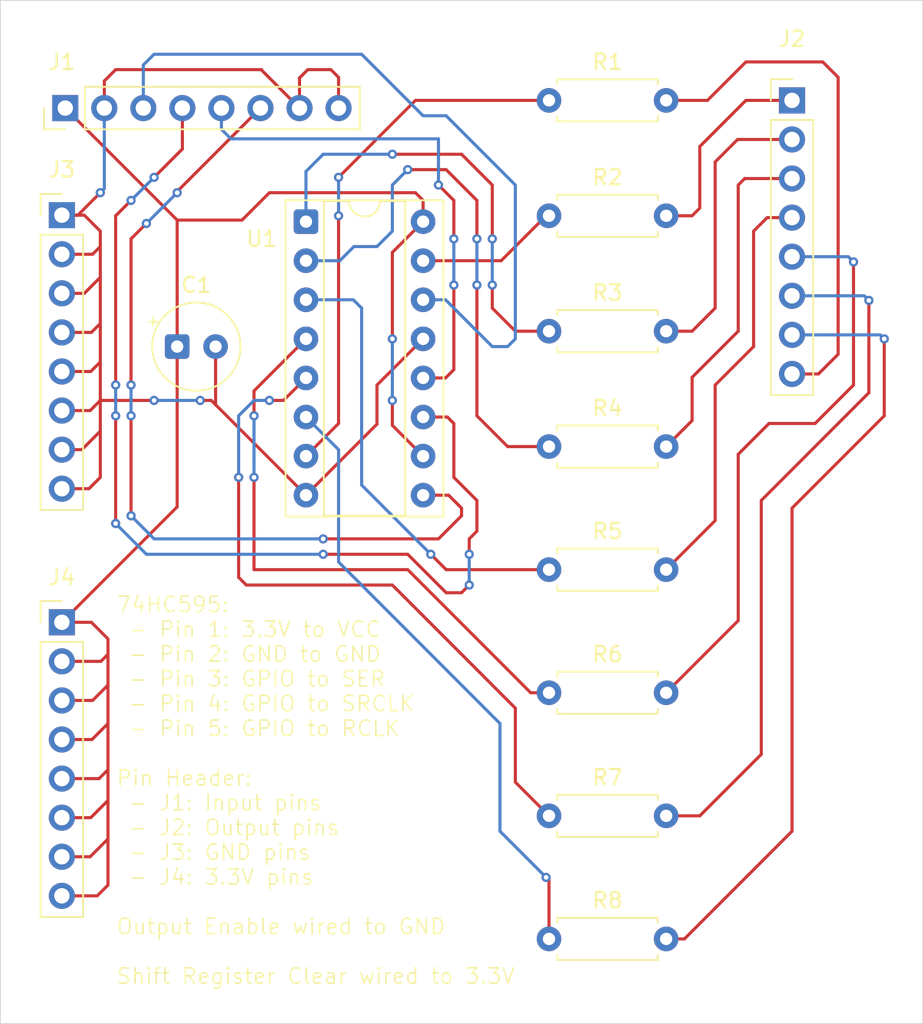
<source format=kicad_pcb>
(kicad_pcb (version 20241229) (generator "pcbnew") (generator_version "9.0")
  (layers (0 "F.Cu" signal) (2 "B.Cu" signal) (13 "F.Paste" user) (15 "B.Paste" user) (5 "F.SilkS" user "F.Silkscreen") (7 "B.SilkS" user "B.Silkscreen") (1 "F.Mask" user) (3 "B.Mask" user) (25 "Edge.Cuts" user))
  (net 0 "")
  (net 1 "Net-(U1-QH)")
  (net 2 "Net-(J2-Pin_8)")
  (net 3 "Net-(U1-QA)")
  (net 4 "Net-(J2-Pin_1)")
  (net 5 "Net-(J2-Pin_2)")
  (net 6 "Net-(U1-QB)")
  (net 7 "Net-(J2-Pin_3)")
  (net 8 "Net-(U1-QC)")
  (net 9 "Net-(U1-QD)")
  (net 10 "Net-(J2-Pin_4)")
  (net 11 "Net-(J2-Pin_5)")
  (net 12 "Net-(U1-QE)")
  (net 13 "Net-(U1-QF)")
  (net 14 "Net-(J2-Pin_6)")
  (net 15 "Net-(U1-QG)")
  (net 16 "Net-(J2-Pin_7)")
  (net 17 "Net-(J1-Pin_6)")
  (net 18 "GND")
  (net 19 "+3.3V")
  (net 20 "Net-(J1-Pin_3)")
  (net 21 "Net-(J1-Pin_4)")
  (net 22 "Net-(J1-Pin_5)")
  (footprint "Connector_PinHeader_2.54mm:PinHeader_1x08_P2.54mm_Vertical" (layer "F.Cu") (at 104.22 59 90)
    (property "Reference" "J1" (at 3 -0.22 0) (layer "F.SilkS"))
    (property "Value" "Input pins" (hide yes))
    (fp_line (start -1.38 -1.38) (end 0 -1.38) (stroke (width 0.12)) (layer "F.SilkS"))
    (fp_line (start -1.38 0) (end -1.38 -1.38) (stroke (width 0.12)) (layer "F.SilkS"))
    (fp_line (start 1.38 1.27) (end 1.38 19.16) (stroke (width 0.12)) (layer "F.SilkS"))
    (fp_line (start -1.38 1.27) (end 1.38 1.27) (stroke (width 0.12)) (layer "F.SilkS"))
    (fp_line (start -1.38 1.27) (end -1.38 19.16) (stroke (width 0.12)) (layer "F.SilkS"))
    (fp_line (start -1.38 19.16) (end 1.38 19.16) (stroke (width 0.12)) (layer "F.SilkS"))
    (pad "1" thru_hole rect (at 0 0 90) (size 1.7 1.7) (drill 1) (layers "*.Cu" "*.Mask") (net 19 "+3.3V"))
    (pad "2" thru_hole circle (at 0 2.54 90) (size 1.7 1.7) (drill 1) (layers "*.Cu" "*.Mask") (net 18 "GND"))
    (pad "3" thru_hole circle (at 0 5.08 90) (size 1.7 1.7) (drill 1) (layers "*.Cu" "*.Mask") (net 20 "Net-(J1-Pin_3)"))
    (pad "4" thru_hole circle (at 0 7.62 90) (size 1.7 1.7) (drill 1) (layers "*.Cu" "*.Mask") (net 21 "Net-(J1-Pin_4)"))
    (pad "5" thru_hole circle (at 0 10.16 90) (size 1.7 1.7) (drill 1) (layers "*.Cu" "*.Mask") (net 22 "Net-(J1-Pin_5)"))
    (pad "6" thru_hole circle (at 0 12.7 90) (size 1.7 1.7) (drill 1) (layers "*.Cu" "*.Mask") (net 17 "Net-(J1-Pin_6)"))
    (pad "7" thru_hole circle (at 0 15.24 90) (size 1.7 1.7) (drill 1) (layers "*.Cu" "*.Mask") (net 18 "GND"))
    (pad "8" thru_hole circle (at 0 17.78 90) (size 1.7 1.7) (drill 1) (layers "*.Cu" "*.Mask") (net 18 "GND"))
  )
  (footprint "Connector_PinHeader_2.54mm:PinHeader_1x08_P2.54mm_Vertical" (layer "F.Cu") (at 104 92.42)
    (property "Reference" "J4" (at 0 -2.92 0) (layer "F.SilkS"))
    (property "Value" "3.3V pins" (hide yes))
    (fp_line (start -1.38 -1.38) (end 0 -1.38) (stroke (width 0.12)) (layer "F.SilkS"))
    (fp_line (start -1.38 0) (end -1.38 -1.38) (stroke (width 0.12)) (layer "F.SilkS"))
    (fp_line (start -1.38 1.27) (end -1.38 19.16) (stroke (width 0.12)) (layer "F.SilkS"))
    (fp_line (start -1.38 1.27) (end 1.38 1.27) (stroke (width 0.12)) (layer "F.SilkS"))
    (fp_line (start -1.38 19.16) (end 1.38 19.16) (stroke (width 0.12)) (layer "F.SilkS"))
    (fp_line (start 1.38 1.27) (end 1.38 19.16) (stroke (width 0.12)) (layer "F.SilkS"))
    (pad "1" thru_hole rect (at 0 0) (size 1.7 1.7) (drill 1) (layers "*.Cu" "*.Mask") (net 19 "+3.3V"))
    (pad "2" thru_hole circle (at 0 2.54) (size 1.7 1.7) (drill 1) (layers "*.Cu" "*.Mask") (net 19 "+3.3V"))
    (pad "3" thru_hole circle (at 0 5.08) (size 1.7 1.7) (drill 1) (layers "*.Cu" "*.Mask") (net 19 "+3.3V"))
    (pad "4" thru_hole circle (at 0 7.62) (size 1.7 1.7) (drill 1) (layers "*.Cu" "*.Mask") (net 19 "+3.3V"))
    (pad "5" thru_hole circle (at 0 10.16) (size 1.7 1.7) (drill 1) (layers "*.Cu" "*.Mask") (net 19 "+3.3V"))
    (pad "6" thru_hole circle (at 0 12.7) (size 1.7 1.7) (drill 1) (layers "*.Cu" "*.Mask") (net 19 "+3.3V"))
    (pad "7" thru_hole circle (at 0 15.24) (size 1.7 1.7) (drill 1) (layers "*.Cu" "*.Mask") (net 19 "+3.3V"))
    (pad "8" thru_hole circle (at 0 17.78) (size 1.7 1.7) (drill 1) (layers "*.Cu" "*.Mask") (net 19 "+3.3V"))
  )
  (footprint "Resistor_THT:R_Axial_DIN0207_L6.3mm_D2.5mm_P7.62mm_Horizontal" (layer "F.Cu") (at 135.69 66)
    (property "Reference" "R2" (at 3.81 -2.5 0) (layer "F.SilkS"))
    (property "Value" "R" (hide yes))
    (fp_line (start 0.54 -1.37) (end 7.08 -1.37) (stroke (width 0.12)) (layer "F.SilkS"))
    (fp_line (start 0.54 -1.04) (end 0.54 -1.37) (stroke (width 0.12)) (layer "F.SilkS"))
    (fp_line (start 0.54 1.04) (end 0.54 1.37) (stroke (width 0.12)) (layer "F.SilkS"))
    (fp_line (start 0.54 1.37) (end 7.08 1.37) (stroke (width 0.12)) (layer "F.SilkS"))
    (fp_line (start 7.08 -1.37) (end 7.08 -1.04) (stroke (width 0.12)) (layer "F.SilkS"))
    (fp_line (start 7.08 1.37) (end 7.08 1.04) (stroke (width 0.12)) (layer "F.SilkS"))
    (pad "1" thru_hole circle (at 0 0) (size 1.6 1.6) (drill 0.8) (layers "*.Cu" "*.Mask") (net 3 "Net-(U1-QA)"))
    (pad "2" thru_hole circle (at 7.62 0) (size 1.6 1.6) (drill 0.8) (layers "*.Cu" "*.Mask") (net 4 "Net-(J2-Pin_1)"))
  )
  (footprint "Capacitor_THT:CP_Radial_Tantal_D5.5mm_P2.50mm" (layer "F.Cu") (at 111.5 74.5)
    (property "Reference" "C1" (at 1.25 -4 0) (layer "F.SilkS"))
    (property "Value" "C" (hide yes))
    (fp_line (start -1.822262 -1.615) (end -1.272262 -1.615) (stroke (width 0.12)) (layer "F.SilkS"))
    (fp_line (start -1.547262 -1.89) (end -1.547262 -1.34) (stroke (width 0.12)) (layer "F.SilkS"))
    (fp_circle (center 1.25 0) (end 4.12 0) (stroke (width 0.12)) (fill no) (layer "F.SilkS"))
    (pad "1" thru_hole roundrect (at 0 0) (size 1.6 1.6) (drill 0.8) (layers "*.Cu" "*.Mask") (roundrect_rratio 0.15625) (net 19 "+3.3V"))
    (pad "2" thru_hole circle (at 2.5 0) (size 1.6 1.6) (drill 0.8) (layers "*.Cu" "*.Mask") (net 18 "GND"))
  )
  (footprint "Resistor_THT:R_Axial_DIN0207_L6.3mm_D2.5mm_P7.62mm_Horizontal" (layer "F.Cu") (at 135.69 113)
    (property "Reference" "R8" (at 3.81 -2.5 0) (layer "F.SilkS"))
    (property "Value" "R" (hide yes))
    (fp_line (start 0.54 -1.37) (end 7.08 -1.37) (stroke (width 0.12)) (layer "F.SilkS"))
    (fp_line (start 0.54 -1.04) (end 0.54 -1.37) (stroke (width 0.12)) (layer "F.SilkS"))
    (fp_line (start 0.54 1.04) (end 0.54 1.37) (stroke (width 0.12)) (layer "F.SilkS"))
    (fp_line (start 0.54 1.37) (end 7.08 1.37) (stroke (width 0.12)) (layer "F.SilkS"))
    (fp_line (start 7.08 -1.37) (end 7.08 -1.04) (stroke (width 0.12)) (layer "F.SilkS"))
    (fp_line (start 7.08 1.37) (end 7.08 1.04) (stroke (width 0.12)) (layer "F.SilkS"))
    (pad "1" thru_hole circle (at 0 0) (size 1.6 1.6) (drill 0.8) (layers "*.Cu" "*.Mask") (net 15 "Net-(U1-QG)"))
    (pad "2" thru_hole circle (at 7.62 0) (size 1.6 1.6) (drill 0.8) (layers "*.Cu" "*.Mask") (net 16 "Net-(J2-Pin_7)"))
  )
  (footprint "Resistor_THT:R_Axial_DIN0207_L6.3mm_D2.5mm_P7.62mm_Horizontal" (layer "F.Cu") (at 135.69 73.5)
    (property "Reference" "R3" (at 3.81 -2.5 0) (layer "F.SilkS"))
    (property "Value" "R" (hide yes))
    (fp_line (start 0.54 -1.37) (end 7.08 -1.37) (stroke (width 0.12)) (layer "F.SilkS"))
    (fp_line (start 0.54 -1.04) (end 0.54 -1.37) (stroke (width 0.12)) (layer "F.SilkS"))
    (fp_line (start 0.54 1.04) (end 0.54 1.37) (stroke (width 0.12)) (layer "F.SilkS"))
    (fp_line (start 0.54 1.37) (end 7.08 1.37) (stroke (width 0.12)) (layer "F.SilkS"))
    (fp_line (start 7.08 -1.37) (end 7.08 -1.04) (stroke (width 0.12)) (layer "F.SilkS"))
    (fp_line (start 7.08 1.37) (end 7.08 1.04) (stroke (width 0.12)) (layer "F.SilkS"))
    (pad "1" thru_hole circle (at 0 0) (size 1.6 1.6) (drill 0.8) (layers "*.Cu" "*.Mask") (net 6 "Net-(U1-QB)"))
    (pad "2" thru_hole circle (at 7.62 0) (size 1.6 1.6) (drill 0.8) (layers "*.Cu" "*.Mask") (net 5 "Net-(J2-Pin_2)"))
  )
  (footprint "Package_DIP:DIP-16_W7.62mm_Socket" (layer "F.Cu") (at 119.88 66.38)
    (property "Reference" "U1" (at -2.88 1.12 0) (layer "F.SilkS"))
    (property "Value" "74HC595" (hide yes))
    (fp_line (start 1.16 -1.33) (end 1.16 19.11) (stroke (width 0.12)) (layer "F.SilkS"))
    (fp_line (start 1.16 19.11) (end 6.46 19.11) (stroke (width 0.12)) (layer "F.SilkS"))
    (fp_line (start 2.81 -1.33) (end 1.16 -1.33) (stroke (width 0.12)) (layer "F.SilkS"))
    (fp_line (start 6.46 -1.33) (end 4.81 -1.33) (stroke (width 0.12)) (layer "F.SilkS"))
    (fp_line (start 6.46 19.11) (end 6.46 -1.33) (stroke (width 0.12)) (layer "F.SilkS"))
    (fp_rect (start -1.33 -1.39) (end 8.95 19.17) (stroke (width 0.12)) (fill no) (layer "F.SilkS"))
    (fp_arc (start 4.81 -1.33) (mid 3.81 -0.33) (end 2.81 -1.33) (stroke (width 0.12)) (layer "F.SilkS"))
    (pad "1" thru_hole roundrect (at 0 0) (size 1.6 1.6) (drill 0.8) (layers "*.Cu" "*.Mask") (roundrect_rratio 0.15625) (net 6 "Net-(U1-QB)"))
    (pad "2" thru_hole circle (at 0 2.54) (size 1.6 1.6) (drill 0.8) (layers "*.Cu" "*.Mask") (net 8 "Net-(U1-QC)"))
    (pad "3" thru_hole circle (at 0 5.08) (size 1.6 1.6) (drill 0.8) (layers "*.Cu" "*.Mask") (net 9 "Net-(U1-QD)"))
    (pad "4" thru_hole circle (at 0 7.62) (size 1.6 1.6) (drill 0.8) (layers "*.Cu" "*.Mask") (net 12 "Net-(U1-QE)"))
    (pad "5" thru_hole circle (at 0 10.16) (size 1.6 1.6) (drill 0.8) (layers "*.Cu" "*.Mask") (net 13 "Net-(U1-QF)"))
    (pad "6" thru_hole circle (at 0 12.7) (size 1.6 1.6) (drill 0.8) (layers "*.Cu" "*.Mask") (net 15 "Net-(U1-QG)"))
    (pad "7" thru_hole circle (at 0 15.24) (size 1.6 1.6) (drill 0.8) (layers "*.Cu" "*.Mask") (net 1 "Net-(U1-QH)"))
    (pad "8" thru_hole circle (at 0 17.78) (size 1.6 1.6) (drill 0.8) (layers "*.Cu" "*.Mask") (net 18 "GND"))
    (pad "9" thru_hole circle (at 7.62 17.78) (size 1.6 1.6) (drill 0.8) (layers "*.Cu" "*.Mask") (net 17 "Net-(J1-Pin_6)"))
    (pad "10" thru_hole circle (at 7.62 15.24) (size 1.6 1.6) (drill 0.8) (layers "*.Cu" "*.Mask") (net 19 "+3.3V"))
    (pad "11" thru_hole circle (at 7.62 12.7) (size 1.6 1.6) (drill 0.8) (layers "*.Cu" "*.Mask") (net 21 "Net-(J1-Pin_4)"))
    (pad "12" thru_hole circle (at 7.62 10.16) (size 1.6 1.6) (drill 0.8) (layers "*.Cu" "*.Mask") (net 22 "Net-(J1-Pin_5)"))
    (pad "13" thru_hole circle (at 7.62 7.62) (size 1.6 1.6) (drill 0.8) (layers "*.Cu" "*.Mask") (net 18 "GND"))
    (pad "14" thru_hole circle (at 7.62 5.08) (size 1.6 1.6) (drill 0.8) (layers "*.Cu" "*.Mask") (net 20 "Net-(J1-Pin_3)"))
    (pad "15" thru_hole circle (at 7.62 2.54) (size 1.6 1.6) (drill 0.8) (layers "*.Cu" "*.Mask") (net 3 "Net-(U1-QA)"))
    (pad "16" thru_hole circle (at 7.62 0) (size 1.6 1.6) (drill 0.8) (layers "*.Cu" "*.Mask") (net 19 "+3.3V"))
  )
  (footprint "Resistor_THT:R_Axial_DIN0207_L6.3mm_D2.5mm_P7.62mm_Horizontal" (layer "F.Cu") (at 135.69 58.5)
    (property "Reference" "R1" (at 3.81 -2.5 0) (layer "F.SilkS"))
    (property "Value" "R" (hide yes))
    (fp_line (start 0.54 -1.37) (end 7.08 -1.37) (stroke (width 0.12)) (layer "F.SilkS"))
    (fp_line (start 0.54 -1.04) (end 0.54 -1.37) (stroke (width 0.12)) (layer "F.SilkS"))
    (fp_line (start 0.54 1.04) (end 0.54 1.37) (stroke (width 0.12)) (layer "F.SilkS"))
    (fp_line (start 0.54 1.37) (end 7.08 1.37) (stroke (width 0.12)) (layer "F.SilkS"))
    (fp_line (start 7.08 -1.37) (end 7.08 -1.04) (stroke (width 0.12)) (layer "F.SilkS"))
    (fp_line (start 7.08 1.37) (end 7.08 1.04) (stroke (width 0.12)) (layer "F.SilkS"))
    (pad "1" thru_hole circle (at 0 0) (size 1.6 1.6) (drill 0.8) (layers "*.Cu" "*.Mask") (net 1 "Net-(U1-QH)"))
    (pad "2" thru_hole circle (at 7.62 0) (size 1.6 1.6) (drill 0.8) (layers "*.Cu" "*.Mask") (net 2 "Net-(J2-Pin_8)"))
  )
  (footprint "Resistor_THT:R_Axial_DIN0207_L6.3mm_D2.5mm_P7.62mm_Horizontal" (layer "F.Cu") (at 135.69 81)
    (property "Reference" "R4" (at 3.81 -2.5 0) (layer "F.SilkS"))
    (property "Value" "R" (hide yes))
    (fp_line (start 0.54 -1.37) (end 7.08 -1.37) (stroke (width 0.12)) (layer "F.SilkS"))
    (fp_line (start 0.54 -1.04) (end 0.54 -1.37) (stroke (width 0.12)) (layer "F.SilkS"))
    (fp_line (start 0.54 1.04) (end 0.54 1.37) (stroke (width 0.12)) (layer "F.SilkS"))
    (fp_line (start 0.54 1.37) (end 7.08 1.37) (stroke (width 0.12)) (layer "F.SilkS"))
    (fp_line (start 7.08 -1.37) (end 7.08 -1.04) (stroke (width 0.12)) (layer "F.SilkS"))
    (fp_line (start 7.08 1.37) (end 7.08 1.04) (stroke (width 0.12)) (layer "F.SilkS"))
    (pad "1" thru_hole circle (at 0 0) (size 1.6 1.6) (drill 0.8) (layers "*.Cu" "*.Mask") (net 8 "Net-(U1-QC)"))
    (pad "2" thru_hole circle (at 7.62 0) (size 1.6 1.6) (drill 0.8) (layers "*.Cu" "*.Mask") (net 7 "Net-(J2-Pin_3)"))
  )
  (footprint "Resistor_THT:R_Axial_DIN0207_L6.3mm_D2.5mm_P7.62mm_Horizontal" (layer "F.Cu") (at 135.69 105)
    (property "Reference" "R7" (at 3.81 -2.5 0) (layer "F.SilkS"))
    (property "Value" "R" (hide yes))
    (fp_line (start 0.54 -1.37) (end 7.08 -1.37) (stroke (width 0.12)) (layer "F.SilkS"))
    (fp_line (start 0.54 -1.04) (end 0.54 -1.37) (stroke (width 0.12)) (layer "F.SilkS"))
    (fp_line (start 0.54 1.04) (end 0.54 1.37) (stroke (width 0.12)) (layer "F.SilkS"))
    (fp_line (start 0.54 1.37) (end 7.08 1.37) (stroke (width 0.12)) (layer "F.SilkS"))
    (fp_line (start 7.08 -1.37) (end 7.08 -1.04) (stroke (width 0.12)) (layer "F.SilkS"))
    (fp_line (start 7.08 1.37) (end 7.08 1.04) (stroke (width 0.12)) (layer "F.SilkS"))
    (pad "1" thru_hole circle (at 0 0) (size 1.6 1.6) (drill 0.8) (layers "*.Cu" "*.Mask") (net 13 "Net-(U1-QF)"))
    (pad "2" thru_hole circle (at 7.62 0) (size 1.6 1.6) (drill 0.8) (layers "*.Cu" "*.Mask") (net 14 "Net-(J2-Pin_6)"))
  )
  (footprint "Connector_PinHeader_2.54mm:PinHeader_1x08_P2.54mm_Vertical" (layer "F.Cu") (at 151.5 58.5)
    (property "Reference" "J2" (at 0 -4 0) (layer "F.SilkS"))
    (property "Value" "Output pins" (hide yes))
    (fp_line (start -1.38 -1.38) (end 0 -1.38) (stroke (width 0.12)) (layer "F.SilkS"))
    (fp_line (start -1.38 0) (end -1.38 -1.38) (stroke (width 0.12)) (layer "F.SilkS"))
    (fp_line (start -1.38 1.27) (end -1.38 19.16) (stroke (width 0.12)) (layer "F.SilkS"))
    (fp_line (start -1.38 1.27) (end 1.38 1.27) (stroke (width 0.12)) (layer "F.SilkS"))
    (fp_line (start -1.38 19.16) (end 1.38 19.16) (stroke (width 0.12)) (layer "F.SilkS"))
    (fp_line (start 1.38 1.27) (end 1.38 19.16) (stroke (width 0.12)) (layer "F.SilkS"))
    (pad "1" thru_hole rect (at 0 0) (size 1.7 1.7) (drill 1) (layers "*.Cu" "*.Mask") (net 4 "Net-(J2-Pin_1)"))
    (pad "2" thru_hole circle (at 0 2.54) (size 1.7 1.7) (drill 1) (layers "*.Cu" "*.Mask") (net 5 "Net-(J2-Pin_2)"))
    (pad "3" thru_hole circle (at 0 5.08) (size 1.7 1.7) (drill 1) (layers "*.Cu" "*.Mask") (net 7 "Net-(J2-Pin_3)"))
    (pad "4" thru_hole circle (at 0 7.62) (size 1.7 1.7) (drill 1) (layers "*.Cu" "*.Mask") (net 10 "Net-(J2-Pin_4)"))
    (pad "5" thru_hole circle (at 0 10.16) (size 1.7 1.7) (drill 1) (layers "*.Cu" "*.Mask") (net 11 "Net-(J2-Pin_5)"))
    (pad "6" thru_hole circle (at 0 12.7) (size 1.7 1.7) (drill 1) (layers "*.Cu" "*.Mask") (net 14 "Net-(J2-Pin_6)"))
    (pad "7" thru_hole circle (at 0 15.24) (size 1.7 1.7) (drill 1) (layers "*.Cu" "*.Mask") (net 16 "Net-(J2-Pin_7)"))
    (pad "8" thru_hole circle (at 0 17.78) (size 1.7 1.7) (drill 1) (layers "*.Cu" "*.Mask") (net 2 "Net-(J2-Pin_8)"))
  )
  (footprint "Resistor_THT:R_Axial_DIN0207_L6.3mm_D2.5mm_P7.62mm_Horizontal" (layer "F.Cu") (at 135.69 89)
    (property "Reference" "R5" (at 3.81 -2.5 0) (layer "F.SilkS"))
    (property "Value" "R" (hide yes))
    (fp_line (start 0.54 -1.37) (end 7.08 -1.37) (stroke (width 0.12)) (layer "F.SilkS"))
    (fp_line (start 0.54 -1.04) (end 0.54 -1.37) (stroke (width 0.12)) (layer "F.SilkS"))
    (fp_line (start 0.54 1.04) (end 0.54 1.37) (stroke (width 0.12)) (layer "F.SilkS"))
    (fp_line (start 0.54 1.37) (end 7.08 1.37) (stroke (width 0.12)) (layer "F.SilkS"))
    (fp_line (start 7.08 -1.37) (end 7.08 -1.04) (stroke (width 0.12)) (layer "F.SilkS"))
    (fp_line (start 7.08 1.37) (end 7.08 1.04) (stroke (width 0.12)) (layer "F.SilkS"))
    (pad "1" thru_hole circle (at 0 0) (size 1.6 1.6) (drill 0.8) (layers "*.Cu" "*.Mask") (net 9 "Net-(U1-QD)"))
    (pad "2" thru_hole circle (at 7.62 0) (size 1.6 1.6) (drill 0.8) (layers "*.Cu" "*.Mask") (net 10 "Net-(J2-Pin_4)"))
  )
  (footprint "Connector_PinHeader_2.54mm:PinHeader_1x08_P2.54mm_Vertical" (layer "F.Cu") (at 104 65.96)
    (property "Reference" "J3" (at 0 -2.96 0) (layer "F.SilkS"))
    (property "Value" "GND pins" (hide yes))
    (fp_line (start -1.38 -1.38) (end 0 -1.38) (stroke (width 0.12)) (layer "F.SilkS"))
    (fp_line (start -1.38 0) (end -1.38 -1.38) (stroke (width 0.12)) (layer "F.SilkS"))
    (fp_line (start -1.38 1.27) (end -1.38 19.16) (stroke (width 0.12)) (layer "F.SilkS"))
    (fp_line (start -1.38 1.27) (end 1.38 1.27) (stroke (width 0.12)) (layer "F.SilkS"))
    (fp_line (start -1.38 19.16) (end 1.38 19.16) (stroke (width 0.12)) (layer "F.SilkS"))
    (fp_line (start 1.38 1.27) (end 1.38 19.16) (stroke (width 0.12)) (layer "F.SilkS"))
    (pad "1" thru_hole rect (at 0 0) (size 1.7 1.7) (drill 1) (layers "*.Cu" "*.Mask") (net 18 "GND"))
    (pad "2" thru_hole circle (at 0 2.54) (size 1.7 1.7) (drill 1) (layers "*.Cu" "*.Mask") (net 18 "GND"))
    (pad "3" thru_hole circle (at 0 5.08) (size 1.7 1.7) (drill 1) (layers "*.Cu" "*.Mask") (net 18 "GND"))
    (pad "4" thru_hole circle (at 0 7.62) (size 1.7 1.7) (drill 1) (layers "*.Cu" "*.Mask") (net 18 "GND"))
    (pad "5" thru_hole circle (at 0 10.16) (size 1.7 1.7) (drill 1) (layers "*.Cu" "*.Mask") (net 18 "GND"))
    (pad "6" thru_hole circle (at 0 12.7) (size 1.7 1.7) (drill 1) (layers "*.Cu" "*.Mask") (net 18 "GND"))
    (pad "7" thru_hole circle (at 0 15.24) (size 1.7 1.7) (drill 1) (layers "*.Cu" "*.Mask") (net 18 "GND"))
    (pad "8" thru_hole circle (at 0 17.78) (size 1.7 1.7) (drill 1) (layers "*.Cu" "*.Mask") (net 18 "GND"))
  )
  (footprint "Resistor_THT:R_Axial_DIN0207_L6.3mm_D2.5mm_P7.62mm_Horizontal" (layer "F.Cu") (at 135.69 97)
    (property "Reference" "R6" (at 3.81 -2.5 0) (layer "F.SilkS"))
    (property "Value" "R" (hide yes))
    (fp_line (start 0.54 -1.37) (end 7.08 -1.37) (stroke (width 0.12)) (layer "F.SilkS"))
    (fp_line (start 0.54 -1.04) (end 0.54 -1.37) (stroke (width 0.12)) (layer "F.SilkS"))
    (fp_line (start 0.54 1.04) (end 0.54 1.37) (stroke (width 0.12)) (layer "F.SilkS"))
    (fp_line (start 0.54 1.37) (end 7.08 1.37) (stroke (width 0.12)) (layer "F.SilkS"))
    (fp_line (start 7.08 -1.37) (end 7.08 -1.04) (stroke (width 0.12)) (layer "F.SilkS"))
    (fp_line (start 7.08 1.37) (end 7.08 1.04) (stroke (width 0.12)) (layer "F.SilkS"))
    (pad "1" thru_hole circle (at 0 0) (size 1.6 1.6) (drill 0.8) (layers "*.Cu" "*.Mask") (net 12 "Net-(U1-QE)"))
    (pad "2" thru_hole circle (at 7.62 0) (size 1.6 1.6) (drill 0.8) (layers "*.Cu" "*.Mask") (net 11 "Net-(J2-Pin_5)"))
  )
  (gr_rect (start 100 52) (end 160 118.5) (stroke (width 0.05)) (fill no) (layer "Edge.Cuts"))
  (gr_text "74HC595:\n - Pin 1: 3.3V to VCC\n - Pin 2: GND to GND\n - Pin 3: GPIO to SER\n - Pin 4: GPIO to SRCLK\n - Pin 5: GPIO to RCLK\n\nPin Header:\n - J1: Input pins\n - J2: Output pins\n - J3: GND pins\n - J4: 3.3V pins\n\nOutput Enable wired to GND\n\nShift Register Clear wired to 3.3V" (at 107.5 116 0) (layer "F.SilkS") (effects (font (size 1 1) (thickness 0.1)) (justify left bottom)))
  (segment (start 135.69 58.5) (end 127 58.5) (width 0.2) (layer "F.Cu") (net 1))
  (segment (start 127 58.5) (end 122 63.5) (width 0.2) (layer "F.Cu") (net 1))
  (segment (start 122 79.5) (end 119.88 81.62) (width 0.2) (layer "F.Cu") (net 1))
  (segment (start 122 66) (end 122 79.5) (width 0.2) (layer "F.Cu") (net 1))
  (via (at 122 66) (size 0.6) (drill 0.3) (layers "F.Cu" "B.Cu") (net 1))
  (via (at 122 63.5) (size 0.6) (drill 0.3) (layers "F.Cu" "B.Cu") (net 1))
  (segment (start 122 63.5) (end 122 66) (width 0.2) (layer "B.Cu") (net 1))
  (segment (start 153.22 76.28) (end 151.5 76.28) (width 0.2) (layer "F.Cu") (net 2))
  (segment (start 153.5 56) (end 154.5 57) (width 0.2) (layer "F.Cu") (net 2))
  (segment (start 154.5 57) (end 154.5 75) (width 0.2) (layer "F.Cu") (net 2))
  (segment (start 148.5 56) (end 153.5 56) (width 0.2) (layer "F.Cu") (net 2))
  (segment (start 143.31 58.5) (end 146 58.5) (width 0.2) (layer "F.Cu") (net 2))
  (segment (start 146 58.5) (end 148.5 56) (width 0.2) (layer "F.Cu") (net 2))
  (segment (start 154.5 75) (end 153.22 76.28) (width 0.2) (layer "F.Cu") (net 2))
  (segment (start 135.69 66) (end 135.5 66) (width 0.2) (layer "F.Cu") (net 3))
  (segment (start 135.5 66) (end 132.58 68.92) (width 0.2) (layer "F.Cu") (net 3))
  (segment (start 132.58 68.92) (end 127.5 68.92) (width 0.2) (layer "F.Cu") (net 3))
  (segment (start 145.5 65.5) (end 145.5 61.5) (width 0.2) (layer "F.Cu") (net 4))
  (segment (start 143.31 66) (end 145 66) (width 0.2) (layer "F.Cu") (net 4))
  (segment (start 145 66) (end 145.5 65.5) (width 0.2) (layer "F.Cu") (net 4))
  (segment (start 145.5 61.5) (end 148.5 58.5) (width 0.2) (layer "F.Cu") (net 4))
  (segment (start 148.5 58.5) (end 151.5 58.5) (width 0.2) (layer "F.Cu") (net 4))
  (segment (start 145 73.5) (end 146.5 72) (width 0.2) (layer "F.Cu") (net 5))
  (segment (start 147.96 61.04) (end 151.5 61.04) (width 0.2) (layer "F.Cu") (net 5))
  (segment (start 143.31 73.5) (end 145 73.5) (width 0.2) (layer "F.Cu") (net 5))
  (segment (start 146.5 72) (end 146.5 62.5) (width 0.2) (layer "F.Cu") (net 5))
  (segment (start 146.5 62.5) (end 147.96 61.04) (width 0.2) (layer "F.Cu") (net 5))
  (segment (start 130 62) (end 125.5 62) (width 0.2) (layer "F.Cu") (net 6))
  (segment (start 132 72) (end 132 70.5) (width 0.2) (layer "F.Cu") (net 6))
  (segment (start 135.69 73.5) (end 133.5 73.5) (width 0.2) (layer "F.Cu") (net 6))
  (segment (start 131 63) (end 130 62) (width 0.2) (layer "F.Cu") (net 6))
  (segment (start 132 67.5) (end 132 64) (width 0.2) (layer "F.Cu") (net 6))
  (segment (start 133.5 73.5) (end 132 72) (width 0.2) (layer "F.Cu") (net 6))
  (segment (start 132 64) (end 131 63) (width 0.2) (layer "F.Cu") (net 6))
  (via (at 132 70.5) (size 0.6) (drill 0.3) (layers "F.Cu" "B.Cu") (net 6))
  (via (at 125.5 62) (size 0.6) (drill 0.3) (layers "F.Cu" "B.Cu") (net 6))
  (via (at 132 67.5) (size 0.6) (drill 0.3) (layers "F.Cu" "B.Cu") (net 6))
  (segment (start 132 70.5) (end 132 67.5) (width 0.2) (layer "B.Cu") (net 6))
  (segment (start 125.5 62) (end 121 62) (width 0.2) (layer "B.Cu") (net 6))
  (segment (start 121 62) (end 119.88 63.12) (width 0.2) (layer "B.Cu") (net 6))
  (segment (start 119.88 63.12) (end 119.88 66.38) (width 0.2) (layer "B.Cu") (net 6))
  (segment (start 151.5 63.58) (end 148.42 63.58) (width 0.2) (layer "F.Cu") (net 7))
  (segment (start 148 73.5) (end 145 76.5) (width 0.2) (layer "F.Cu") (net 7))
  (segment (start 145 76.5) (end 145 79.31) (width 0.2) (layer "F.Cu") (net 7))
  (segment (start 148.42 63.58) (end 148 64) (width 0.2) (layer "F.Cu") (net 7))
  (segment (start 148 64) (end 148 73.5) (width 0.2) (layer "F.Cu") (net 7))
  (segment (start 145 79.31) (end 143.31 81) (width 0.2) (layer "F.Cu") (net 7))
  (segment (start 133 81) (end 131 79) (width 0.2) (layer "F.Cu") (net 8))
  (segment (start 131 67.5) (end 131 65) (width 0.2) (layer "F.Cu") (net 8))
  (segment (start 131 65) (end 129 63) (width 0.2) (layer "F.Cu") (net 8))
  (segment (start 135.69 81) (end 133 81) (width 0.2) (layer "F.Cu") (net 8))
  (segment (start 131 79) (end 131 70.5) (width 0.2) (layer "F.Cu") (net 8))
  (segment (start 129 63) (end 126.5 63) (width 0.2) (layer "F.Cu") (net 8))
  (via (at 131 70.5) (size 0.6) (drill 0.3) (layers "F.Cu" "B.Cu") (net 8))
  (via (at 131 67.5) (size 0.6) (drill 0.3) (layers "F.Cu" "B.Cu") (net 8))
  (via (at 126.5 63) (size 0.6) (drill 0.3) (layers "F.Cu" "B.Cu") (net 8))
  (segment (start 131 70.5) (end 131 67.5) (width 0.2) (layer "B.Cu") (net 8))
  (segment (start 125.5 64) (end 125.5 67) (width 0.2) (layer "B.Cu") (net 8))
  (segment (start 123 68) (end 122.08 68.92) (width 0.2) (layer "B.Cu") (net 8))
  (segment (start 125.5 67) (end 124.5 68) (width 0.2) (layer "B.Cu") (net 8))
  (segment (start 124.5 68) (end 123 68) (width 0.2) (layer "B.Cu") (net 8))
  (segment (start 122.08 68.92) (end 119.88 68.92) (width 0.2) (layer "B.Cu") (net 8))
  (segment (start 126.5 63) (end 125.5 64) (width 0.2) (layer "B.Cu") (net 8))
  (segment (start 129 89) (end 128 88) (width 0.2) (layer "F.Cu") (net 9))
  (segment (start 135.69 89) (end 129 89) (width 0.2) (layer "F.Cu") (net 9))
  (via (at 128 88) (size 0.6) (drill 0.3) (layers "F.Cu" "B.Cu") (net 9))
  (segment (start 128 88) (end 123.5 83.5) (width 0.2) (layer "B.Cu") (net 9))
  (segment (start 123.5 72) (end 122.96 71.46) (width 0.2) (layer "B.Cu") (net 9))
  (segment (start 122.96 71.46) (end 119.88 71.46) (width 0.2) (layer "B.Cu") (net 9))
  (segment (start 123.5 83.5) (end 123.5 72) (width 0.2) (layer "B.Cu") (net 9))
  (segment (start 149 67) (end 149 74.5) (width 0.2) (layer "F.Cu") (net 10))
  (segment (start 149 74.5) (end 146.5 77) (width 0.2) (layer "F.Cu") (net 10))
  (segment (start 146.5 85.81) (end 143.31 89) (width 0.2) (layer "F.Cu") (net 10))
  (segment (start 149.88 66.12) (end 149 67) (width 0.2) (layer "F.Cu") (net 10))
  (segment (start 151.5 66.12) (end 149.88 66.12) (width 0.2) (layer "F.Cu") (net 10))
  (segment (start 146.5 77) (end 146.5 85.81) (width 0.2) (layer "F.Cu") (net 10))
  (segment (start 150 79.5) (end 148 81.5) (width 0.2) (layer "F.Cu") (net 11))
  (segment (start 155.5 69) (end 155.5 77) (width 0.2) (layer "F.Cu") (net 11))
  (segment (start 155.5 77) (end 153 79.5) (width 0.2) (layer "F.Cu") (net 11))
  (segment (start 148 81.5) (end 148 92.31) (width 0.2) (layer "F.Cu") (net 11))
  (segment (start 153 79.5) (end 150 79.5) (width 0.2) (layer "F.Cu") (net 11))
  (segment (start 148 92.31) (end 143.31 97) (width 0.2) (layer "F.Cu") (net 11))
  (via (at 155.5 69) (size 0.6) (drill 0.3) (layers "F.Cu" "B.Cu") (net 11))
  (segment (start 155.16 68.66) (end 155.5 69) (width 0.2) (layer "B.Cu") (net 11))
  (segment (start 151.5 68.66) (end 155.16 68.66) (width 0.2) (layer "B.Cu") (net 11))
  (segment (start 116.5 89) (end 116.5 83) (width 0.2) (layer "F.Cu") (net 12))
  (segment (start 126.5 89) (end 116.5 89) (width 0.2) (layer "F.Cu") (net 12))
  (segment (start 135.69 97) (end 134.5 97) (width 0.2) (layer "F.Cu") (net 12))
  (segment (start 116.5 77.38) (end 119.88 74) (width 0.2) (layer "F.Cu") (net 12))
  (segment (start 134.5 97) (end 126.5 89) (width 0.2) (layer "F.Cu") (net 12))
  (segment (start 116.5 79) (end 116.5 77.38) (width 0.2) (layer "F.Cu") (net 12))
  (via (at 116.5 79) (size 0.6) (drill 0.3) (layers "F.Cu" "B.Cu") (net 12))
  (via (at 116.5 83) (size 0.6) (drill 0.3) (layers "F.Cu" "B.Cu") (net 12))
  (segment (start 116.5 83) (end 116.5 79) (width 0.2) (layer "B.Cu") (net 12))
  (segment (start 133.5 98) (end 133 97.5) (width 0.2) (layer "F.Cu") (net 13))
  (segment (start 133.5 102) (end 133.5 98) (width 0.2) (layer "F.Cu") (net 13))
  (segment (start 116 90) (end 115.5 89.5) (width 0.2) (layer "F.Cu") (net 13))
  (segment (start 135.69 105) (end 133.5 102.81) (width 0.2) (layer "F.Cu") (net 13))
  (segment (start 133 97.5) (end 125.5 90) (width 0.2) (layer "F.Cu") (net 13))
  (segment (start 133.5 102.81) (end 133.5 102) (width 0.2) (layer "F.Cu") (net 13))
  (segment (start 115.5 89.5) (end 115.5 88.5) (width 0.2) (layer "F.Cu") (net 13))
  (segment (start 125.5 90) (end 116 90) (width 0.2) (layer "F.Cu") (net 13))
  (segment (start 117.5 78) (end 118.42 78) (width 0.2) (layer "F.Cu") (net 13))
  (segment (start 115.5 88.5) (end 115.5 83) (width 0.2) (layer "F.Cu") (net 13))
  (segment (start 118.42 78) (end 119.88 76.54) (width 0.2) (layer "F.Cu") (net 13))
  (via (at 115.5 83) (size 0.6) (drill 0.3) (layers "F.Cu" "B.Cu") (net 13))
  (via (at 117.5 78) (size 0.6) (drill 0.3) (layers "F.Cu" "B.Cu") (net 13))
  (segment (start 115.5 83) (end 115.5 79) (width 0.2) (layer "B.Cu") (net 13))
  (segment (start 116.5 78) (end 117.5 78) (width 0.2) (layer "B.Cu") (net 13))
  (segment (start 115.5 79) (end 116.5 78) (width 0.2) (layer "B.Cu") (net 13))
  (segment (start 149.5 101) (end 145.5 105) (width 0.2) (layer "F.Cu") (net 14))
  (segment (start 156.5 77.5) (end 149.5 84.5) (width 0.2) (layer "F.Cu") (net 14))
  (segment (start 145.5 105) (end 143.31 105) (width 0.2) (layer "F.Cu") (net 14))
  (segment (start 149.5 84.5) (end 149.5 101) (width 0.2) (layer "F.Cu") (net 14))
  (segment (start 156.5 71.5) (end 156.5 77.5) (width 0.2) (layer "F.Cu") (net 14))
  (via (at 156.5 71.5) (size 0.6) (drill 0.3) (layers "F.Cu" "B.Cu") (net 14))
  (segment (start 151.5 71.2) (end 156.2 71.2) (width 0.2) (layer "B.Cu") (net 14))
  (segment (start 156.2 71.2) (end 156.5 71.5) (width 0.2) (layer "B.Cu") (net 14))
  (segment (start 135.69 109.19) (end 135.5 109) (width 0.2) (layer "F.Cu") (net 15))
  (segment (start 135.69 113) (end 135.69 109.19) (width 0.2) (layer "F.Cu") (net 15))
  (via (at 135.5 109) (size 0.6) (drill 0.3) (layers "F.Cu" "B.Cu") (net 15))
  (segment (start 135.5 109) (end 132.5 106) (width 0.2) (layer "B.Cu") (net 15))
  (segment (start 122 88.5) (end 122 81.2) (width 0.2) (layer "B.Cu") (net 15))
  (segment (start 122 81.2) (end 119.88 79.08) (width 0.2) (layer "B.Cu") (net 15))
  (segment (start 132.5 106) (end 132.5 99) (width 0.2) (layer "B.Cu") (net 15))
  (segment (start 132.5 99) (end 122 88.5) (width 0.2) (layer "B.Cu") (net 15))
  (segment (start 151.5 85) (end 151.5 106) (width 0.2) (layer "F.Cu") (net 16))
  (segment (start 157.5 79) (end 151.5 85) (width 0.2) (layer "F.Cu") (net 16))
  (segment (start 144.5 113) (end 143.31 113) (width 0.2) (layer "F.Cu") (net 16))
  (segment (start 157.5 74) (end 157.5 79) (width 0.2) (layer "F.Cu") (net 16))
  (segment (start 151.5 106) (end 144.5 113) (width 0.2) (layer "F.Cu") (net 16))
  (via (at 157.5 74) (size 0.6) (drill 0.3) (layers "F.Cu" "B.Cu") (net 16))
  (segment (start 151.5 73.74) (end 157.24 73.74) (width 0.2) (layer "B.Cu") (net 16))
  (segment (start 157.24 73.74) (end 157.5 74) (width 0.2) (layer "B.Cu") (net 16))
  (segment (start 108.5 79) (end 108.5 85.5) (width 0.2) (layer "F.Cu") (net 17))
  (segment (start 130 85.5) (end 130 85) (width 0.2) (layer "F.Cu") (net 17))
  (segment (start 129.16 84.16) (end 127.5 84.16) (width 0.2) (layer "F.Cu") (net 17))
  (segment (start 111.5 64.42) (end 111.5 64.5) (width 0.2) (layer "F.Cu") (net 17))
  (segment (start 108.5 67.5) (end 108.5 77) (width 0.2) (layer "F.Cu") (net 17))
  (segment (start 121 87) (end 128.5 87) (width 0.2) (layer "F.Cu") (net 17))
  (segment (start 130 85) (end 129.16 84.16) (width 0.2) (layer "F.Cu") (net 17))
  (segment (start 116.92 59) (end 111.5 64.42) (width 0.2) (layer "F.Cu") (net 17))
  (segment (start 128.5 87) (end 130 85.5) (width 0.2) (layer "F.Cu") (net 17))
  (segment (start 109.5 66.5) (end 108.5 67.5) (width 0.2) (layer "F.Cu") (net 17))
  (via (at 111.5 64.5) (size 0.6) (drill 0.3) (layers "F.Cu" "B.Cu") (net 17))
  (via (at 108.5 77) (size 0.6) (drill 0.3) (layers "F.Cu" "B.Cu") (net 17))
  (via (at 109.5 66.5) (size 0.6) (drill 0.3) (layers "F.Cu" "B.Cu") (net 17))
  (via (at 108.5 79) (size 0.6) (drill 0.3) (layers "F.Cu" "B.Cu") (net 17))
  (via (at 121 87) (size 0.6) (drill 0.3) (layers "F.Cu" "B.Cu") (net 17))
  (via (at 108.5 85.5) (size 0.6) (drill 0.3) (layers "F.Cu" "B.Cu") (net 17))
  (segment (start 108.5 77) (end 108.5 79) (width 0.2) (layer "B.Cu") (net 17))
  (segment (start 108.5 85.5) (end 110 87) (width 0.2) (layer "B.Cu") (net 17))
  (segment (start 110 87) (end 121 87) (width 0.2) (layer "B.Cu") (net 17))
  (segment (start 111.5 64.5) (end 109.5 66.5) (width 0.2) (layer "B.Cu") (net 17))
  (segment (start 104 65.96) (end 105.04 65.96) (width 0.2) (layer "F.Cu") (net 18))
  (segment (start 117 56.5) (end 107.5 56.5) (width 0.2) (layer "F.Cu") (net 18))
  (segment (start 119.46 57.04) (end 119.46 59) (width 0.2) (layer "F.Cu") (net 18))
  (segment (start 120 56.5) (end 119.46 57.04) (width 0.2) (layer "F.Cu") (net 18))
  (segment (start 106 68.5) (end 104 68.5) (width 0.2) (layer "F.Cu") (net 18))
  (segment (start 106.5 80) (end 106.5 83) (width 0.2) (layer "F.Cu") (net 18))
  (segment (start 106.76 57.24) (end 106.76 59) (width 0.2) (layer "F.Cu") (net 18))
  (segment (start 106.5 80) (end 105.3 81.2) (width 0.2) (layer "F.Cu") (net 18))
  (segment (start 106.5 78) (end 110 78) (width 0.2) (layer "F.Cu") (net 18))
  (segment (start 106.5 75.5) (end 105.88 76.12) (width 0.2) (layer "F.Cu") (net 18))
  (segment (start 119.46 59) (end 117 56.54) (width 0.2) (layer "F.Cu") (net 18))
  (segment (start 105.92 73.58) (end 104 73.58) (width 0.2) (layer "F.Cu") (net 18))
  (segment (start 105.46 65.96) (end 106.5 67) (width 0.2) (layer "F.Cu") (net 18))
  (segment (start 122 59) (end 122 57) (width 0.2) (layer "F.Cu") (net 18))
  (segment (start 106.5 70) (end 105.46 71.04) (width 0.2) (layer "F.Cu") (net 18))
  (segment (start 105.04 65.96) (end 106.5 64.5) (width 0.2) (layer "F.Cu") (net 18))
  (segment (start 107.5 56.5) (end 106.76 57.24) (width 0.2) (layer "F.Cu") (net 18))
  (segment (start 105.76 83.74) (end 104 83.74) (width 0.2) (layer "F.Cu") (net 18))
  (segment (start 106.5 68) (end 106.5 70) (width 0.2) (layer "F.Cu") (net 18))
  (segment (start 105.84 78.66) (end 104 78.66) (width 0.2) (layer "F.Cu") (net 18))
  (segment (start 104 65.96) (end 105.46 65.96) (width 0.2) (layer "F.Cu") (net 18))
  (segment (start 106.5 70) (end 106.5 73) (width 0.2) (layer "F.Cu") (net 18))
  (segment (start 117 56.54) (end 117 56.5) (width 0.2) (layer "F.Cu") (net 18))
  (segment (start 105.88 76.12) (end 104 76.12) (width 0.2) (layer "F.Cu") (net 18))
  (segment (start 106.5 83) (end 105.76 83.74) (width 0.2) (layer "F.Cu") (net 18))
  (segment (start 106.5 67) (end 106.5 68) (width 0.2) (layer "F.Cu") (net 18))
  (segment (start 106.5 75.5) (end 106.5 78) (width 0.2) (layer "F.Cu") (net 18))
  (segment (start 113 78) (end 113.72 78) (width 0.2) (layer "F.Cu") (net 18))
  (segment (start 105.3 81.2) (end 104 81.2) (width 0.2) (layer "F.Cu") (net 18))
  (segment (start 124.5 77) (end 127.5 74) (width 0.2) (layer "F.Cu") (net 18))
  (segment (start 105.46 71.04) (end 104 71.04) (width 0.2) (layer "F.Cu") (net 18))
  (segment (start 114 78.28) (end 119.88 84.16) (width 0.2) (layer "F.Cu") (net 18))
  (segment (start 114 74.5) (end 114 78.28) (width 0.2) (layer "F.Cu") (net 18))
  (segment (start 122 57) (end 121.5 56.5) (width 0.2) (layer "F.Cu") (net 18))
  (segment (start 106.5 73) (end 105.92 73.58) (width 0.2) (layer "F.Cu") (net 18))
  (segment (start 121.5 56.5) (end 120 56.5) (width 0.2) (layer "F.Cu") (net 18))
  (segment (start 113.72 78) (end 114 78.28) (width 0.2) (layer "F.Cu") (net 18))
  (segment (start 106.5 78) (end 106.5 80) (width 0.2) (layer "F.Cu") (net 18))
  (segment (start 106.5 68) (end 106 68.5) (width 0.2) (layer "F.Cu") (net 18))
  (segment (start 106.5 78) (end 105.84 78.66) (width 0.2) (layer "F.Cu") (net 18))
  (segment (start 124.5 79.54) (end 124.5 77) (width 0.2) (layer "F.Cu") (net 18))
  (segment (start 106.5 73) (end 106.5 75.5) (width 0.2) (layer "F.Cu") (net 18))
  (segment (start 119.88 84.16) (end 124.5 79.54) (width 0.2) (layer "F.Cu") (net 18))
  (via (at 113 78) (size 0.6) (drill 0.3) (layers "F.Cu" "B.Cu") (net 18))
  (via (at 110 78) (size 0.6) (drill 0.3) (layers "F.Cu" "B.Cu") (net 18))
  (via (at 106.5 64.5) (size 0.6) (drill 0.3) (layers "F.Cu" "B.Cu") (net 18))
  (segment (start 110 78) (end 113 78) (width 0.2) (layer "B.Cu") (net 18))
  (segment (start 106.5 64.5) (end 106.76 64.24) (width 0.2) (layer "B.Cu") (net 18))
  (segment (start 106.76 64.24) (end 106.76 59) (width 0.2) (layer "B.Cu") (net 18))
  (segment (start 106.3 110.2) (end 104 110.2) (width 0.2) (layer "F.Cu") (net 19))
  (segment (start 107 93.5) (end 107 94.5) (width 0.2) (layer "F.Cu") (net 19))
  (segment (start 107 102) (end 106.42 102.58) (width 0.2) (layer "F.Cu") (net 19))
  (segment (start 107 94.5) (end 107 96.5) (width 0.2) (layer "F.Cu") (net 19))
  (segment (start 105.96 100.04) (end 104 100.04) (width 0.2) (layer "F.Cu") (net 19))
  (segment (start 125.5 79.62) (end 125.5 78) (width 0.2) (layer "F.Cu") (net 19))
  (segment (start 107 104) (end 107 106.5) (width 0.2) (layer "F.Cu") (net 19))
  (segment (start 125.5 68.38) (end 127.5 66.38) (width 0.2) (layer "F.Cu") (net 19))
  (segment (start 104.22 59) (end 111.5 66.28) (width 0.2) (layer "F.Cu") (net 19))
  (segment (start 117.5 64.5) (end 127 64.5) (width 0.2) (layer "F.Cu") (net 19))
  (segment (start 107 106.5) (end 105.84 107.66) (width 0.2) (layer "F.Cu") (net 19))
  (segment (start 111.5 84.92) (end 104 92.42) (width 0.2) (layer "F.Cu") (net 19))
  (segment (start 107 96.5) (end 106 97.5) (width 0.2) (layer "F.Cu") (net 19))
  (segment (start 105.84 107.66) (end 104 107.66) (width 0.2) (layer "F.Cu") (net 19))
  (segment (start 105.92 92.42) (end 107 93.5) (width 0.2) (layer "F.Cu") (net 19))
  (segment (start 107 109.5) (end 106.3 110.2) (width 0.2) (layer "F.Cu") (net 19))
  (segment (start 104 92.42) (end 105.92 92.42) (width 0.2) (layer "F.Cu") (net 19))
  (segment (start 111.5 74.5) (end 111.5 84.92) (width 0.2) (layer "F.Cu") (net 19))
  (segment (start 105.88 105.12) (end 104 105.12) (width 0.2) (layer "F.Cu") (net 19))
  (segment (start 107 99) (end 107 102) (width 0.2) (layer "F.Cu") (net 19))
  (segment (start 107 96.5) (end 107 99) (width 0.2) (layer "F.Cu") (net 19))
  (segment (start 107 104) (end 105.88 105.12) (width 0.2) (layer "F.Cu") (net 19))
  (segment (start 127 64.5) (end 127.5 65) (width 0.2) (layer "F.Cu") (net 19))
  (segment (start 106 97.5) (end 104 97.5) (width 0.2) (layer "F.Cu") (net 19))
  (segment (start 106.42 102.58) (end 104 102.58) (width 0.2) (layer "F.Cu") (net 19))
  (segment (start 127.5 81.62) (end 125.5 79.62) (width 0.2) (layer "F.Cu") (net 19))
  (segment (start 107 99) (end 105.96 100.04) (width 0.2) (layer "F.Cu") (net 19))
  (segment (start 115.72 66.28) (end 117.5 64.5) (width 0.2) (layer "F.Cu") (net 19))
  (segment (start 107 102) (end 107 104) (width 0.2) (layer "F.Cu") (net 19))
  (segment (start 107 94.5) (end 106.54 94.96) (width 0.2) (layer "F.Cu") (net 19))
  (segment (start 125.5 74) (end 125.5 68.38) (width 0.2) (layer "F.Cu") (net 19))
  (segment (start 111.5 66.28) (end 111.5 74.5) (width 0.2) (layer "F.Cu") (net 19))
  (segment (start 111.5 66.28) (end 115.72 66.28) (width 0.2) (layer "F.Cu") (net 19))
  (segment (start 106.54 94.96) (end 104 94.96) (width 0.2) (layer "F.Cu") (net 19))
  (segment (start 127.5 65) (end 127.5 66.38) (width 0.2) (layer "F.Cu") (net 19))
  (segment (start 107 106.5) (end 107 109.5) (width 0.2) (layer "F.Cu") (net 19))
  (via (at 125.5 74) (size 0.6) (drill 0.3) (layers "F.Cu" "B.Cu") (net 19))
  (via (at 125.5 78) (size 0.6) (drill 0.3) (layers "F.Cu" "B.Cu") (net 19))
  (segment (start 125.5 78) (end 125.5 74) (width 0.2) (layer "B.Cu") (net 19))
  (segment (start 127.5 59.5) (end 129 59.5) (width 0.2) (layer "B.Cu") (net 20))
  (segment (start 133.5 64) (end 133.5 74) (width 0.2) (layer "B.Cu") (net 20))
  (segment (start 109.3 56.2) (end 110 55.5) (width 0.2) (layer "B.Cu") (net 20))
  (segment (start 123.5 55.5) (end 127.5 59.5) (width 0.2) (layer "B.Cu") (net 20))
  (segment (start 132 74.5) (end 128.96 71.46) (width 0.2) (layer "B.Cu") (net 20))
  (segment (start 110 55.5) (end 123.5 55.5) (width 0.2) (layer "B.Cu") (net 20))
  (segment (start 133.5 74) (end 133 74.5) (width 0.2) (layer "B.Cu") (net 20))
  (segment (start 109.3 59) (end 109.3 56.2) (width 0.2) (layer "B.Cu") (net 20))
  (segment (start 128.96 71.46) (end 127.5 71.46) (width 0.2) (layer "B.Cu") (net 20))
  (segment (start 133 74.5) (end 132 74.5) (width 0.2) (layer "B.Cu") (net 20))
  (segment (start 129 59.5) (end 133.5 64) (width 0.2) (layer "B.Cu") (net 20))
  (segment (start 130.5 87) (end 130.5 88) (width 0.2) (layer "F.Cu") (net 21))
  (segment (start 121 88) (end 126.5 88) (width 0.2) (layer "F.Cu") (net 21))
  (segment (start 130 90.5) (end 130.5 90) (width 0.2) (layer "F.Cu") (net 21))
  (segment (start 131 86.5) (end 130.5 87) (width 0.2) (layer "F.Cu") (net 21))
  (segment (start 131 84.5) (end 131 86.5) (width 0.2) (layer "F.Cu") (net 21))
  (segment (start 128 89.5) (end 129 90.5) (width 0.2) (layer "F.Cu") (net 21))
  (segment (start 127.5 79.08) (end 129.08 79.08) (width 0.2) (layer "F.Cu") (net 21))
  (segment (start 107.5 66.5) (end 107.5 77) (width 0.2) (layer "F.Cu") (net 21))
  (segment (start 111.5 62) (end 110 63.5) (width 0.2) (layer "F.Cu") (net 21))
  (segment (start 129 90.5) (end 130 90.5) (width 0.2) (layer "F.Cu") (net 21))
  (segment (start 111.84 61.66) (end 111.5 62) (width 0.2) (layer "F.Cu") (net 21))
  (segment (start 129.5 79.5) (end 129.5 83) (width 0.2) (layer "F.Cu") (net 21))
  (segment (start 107.5 79) (end 107.5 86) (width 0.2) (layer "F.Cu") (net 21))
  (segment (start 126.5 88) (end 128 89.5) (width 0.2) (layer "F.Cu") (net 21))
  (segment (start 108.5 65) (end 107.5 66) (width 0.2) (layer "F.Cu") (net 21))
  (segment (start 107.5 66) (end 107.5 66.5) (width 0.2) (layer "F.Cu") (net 21))
  (segment (start 111.84 59) (end 111.84 61.66) (width 0.2) (layer "F.Cu") (net 21))
  (segment (start 129.5 83) (end 131 84.5) (width 0.2) (layer "F.Cu") (net 21))
  (segment (start 129.08 79.08) (end 129.5 79.5) (width 0.2) (layer "F.Cu") (net 21))
  (via (at 108.5 65) (size 0.6) (drill 0.3) (layers "F.Cu" "B.Cu") (net 21))
  (via (at 107.5 77) (size 0.6) (drill 0.3) (layers "F.Cu" "B.Cu") (net 21))
  (via (at 110 63.5) (size 0.6) (drill 0.3) (layers "F.Cu" "B.Cu") (net 21))
  (via (at 107.5 79) (size 0.6) (drill 0.3) (layers "F.Cu" "B.Cu") (net 21))
  (via (at 107.5 86) (size 0.6) (drill 0.3) (layers "F.Cu" "B.Cu") (net 21))
  (via (at 130.5 90) (size 0.6) (drill 0.3) (layers "F.Cu" "B.Cu") (net 21))
  (via (at 130.5 88) (size 0.6) (drill 0.3) (layers "F.Cu" "B.Cu") (net 21))
  (via (at 121 88) (size 0.6) (drill 0.3) (layers "F.Cu" "B.Cu") (net 21))
  (segment (start 130.5 90) (end 130.5 88) (width 0.2) (layer "B.Cu") (net 21))
  (segment (start 107.5 86) (end 109.5 88) (width 0.2) (layer "B.Cu") (net 21))
  (segment (start 110 63.5) (end 108.5 65) (width 0.2) (layer "B.Cu") (net 21))
  (segment (start 109.5 88) (end 121 88) (width 0.2) (layer "B.Cu") (net 21))
  (segment (start 107.5 77) (end 107.5 79) (width 0.2) (layer "B.Cu") (net 21))
  (segment (start 127.5 76.54) (end 128.96 76.54) (width 0.2) (layer "F.Cu") (net 22))
  (segment (start 129.5 65) (end 128.5 64) (width 0.2) (layer "F.Cu") (net 22))
  (segment (start 129.5 76) (end 129.5 70.5) (width 0.2) (layer "F.Cu") (net 22))
  (segment (start 128.96 76.54) (end 129.5 76) (width 0.2) (layer "F.Cu") (net 22))
  (segment (start 129.5 67.5) (end 129.5 65) (width 0.2) (layer "F.Cu") (net 22))
  (via (at 128.5 64) (size 0.6) (drill 0.3) (layers "F.Cu" "B.Cu") (net 22))
  (via (at 129.5 67.5) (size 0.6) (drill 0.3) (layers "F.Cu" "B.Cu") (net 22))
  (via (at 129.5 70.5) (size 0.6) (drill 0.3) (layers "F.Cu" "B.Cu") (net 22))
  (segment (start 128.5 61) (end 115 61) (width 0.2) (layer "B.Cu") (net 22))
  (segment (start 115 61) (end 114.38 60.38) (width 0.2) (layer "B.Cu") (net 22))
  (segment (start 129.5 70.5) (end 129.5 67.5) (width 0.2) (layer "B.Cu") (net 22))
  (segment (start 114.38 60.38) (end 114.38 59) (width 0.2) (layer "B.Cu") (net 22))
  (segment (start 128.5 64) (end 128.5 61) (width 0.2) (layer "B.Cu") (net 22))
)
</source>
